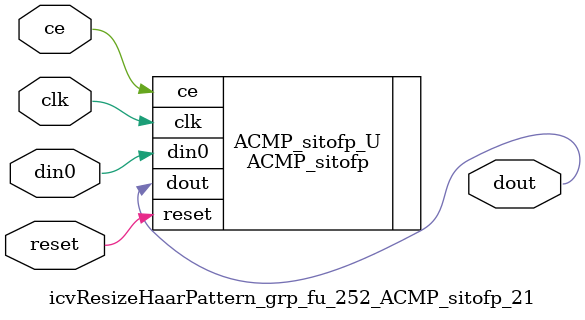
<source format=v>

`timescale 1 ns / 1 ps
module icvResizeHaarPattern_grp_fu_252_ACMP_sitofp_21(
    clk,
    reset,
    ce,
    din0,
    dout);

parameter ID = 32'd1;
parameter NUM_STAGE = 32'd1;
parameter din0_WIDTH = 32'd1;
parameter dout_WIDTH = 32'd1;
input clk;
input reset;
input ce;
input[din0_WIDTH - 1:0] din0;
output[dout_WIDTH - 1:0] dout;



ACMP_sitofp #(
.ID( ID ),
.NUM_STAGE( 4 ),
.din0_WIDTH( din0_WIDTH ),
.dout_WIDTH( dout_WIDTH ))
ACMP_sitofp_U(
    .clk( clk ),
    .reset( reset ),
    .ce( ce ),
    .din0( din0 ),
    .dout( dout ));

endmodule

</source>
